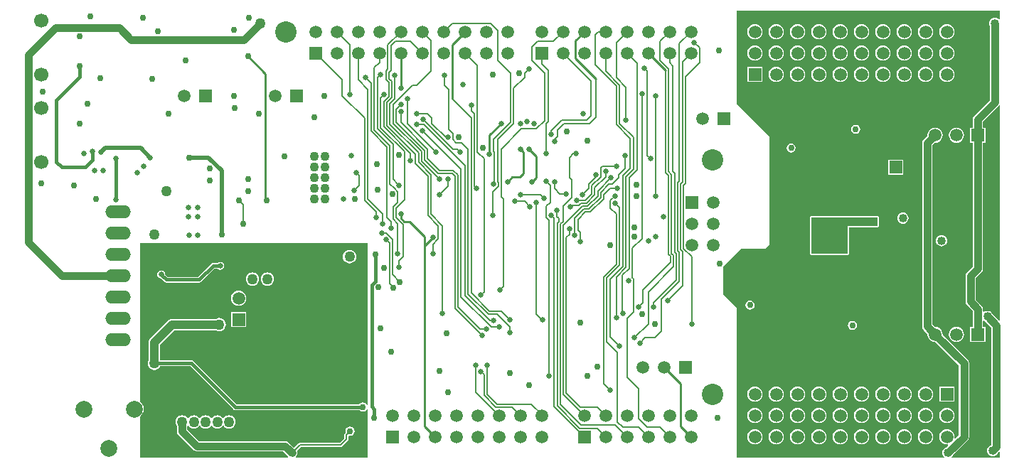
<source format=gbl>
%FSTAX23Y23*%
%MOIN*%
%SFA1B1*%

%IPPOS*%
%ADD53C,0.010000*%
%ADD54C,0.008000*%
%ADD56C,0.020000*%
%ADD57C,0.015000*%
%ADD58C,0.035000*%
%ADD59C,0.040000*%
%ADD64C,0.059060*%
%ADD65R,0.059060X0.059060*%
%ADD66C,0.078740*%
%ADD67C,0.066930*%
%ADD68C,0.043310*%
%ADD69R,0.059060X0.059060*%
%ADD70O,0.120000X0.060000*%
%ADD71C,0.100000*%
%ADD72C,0.025000*%
%ADD73C,0.030000*%
%ADD74C,0.050000*%
%ADD75C,0.040000*%
%LNhammerhead_pcb_r1.0-1*%
%LPD*%
G36*
X04598Y01679D02*
Y00671D01*
X04594Y00669*
X04564Y00699*
X04562Y00703*
X04558Y00708*
X04553Y00712*
X04546Y00715*
X0454Y00716*
X04533Y00715*
X04526Y00712*
X04523Y0071*
X04518Y00712*
Y00725*
X04517Y00734*
X04511Y00741*
X04484Y00768*
Y0087*
X04511Y00897*
X04517Y00904*
X04518Y00914*
Y01504*
X0453*
Y01575*
X04518*
Y01605*
X04591Y01678*
X04594Y01681*
X04598Y01679*
G37*
G36*
X01635Y01D02*
X01635Y00275D01*
X0163Y00274*
X01627Y0028*
X0162Y00284*
X01612Y00286*
X01603Y00284*
X01596Y0028*
X01595Y00277*
X0102*
X00818Y00479*
X00814Y00482*
X00809Y00483*
X00662*
X00662Y00485*
X00661Y00486*
Y00557*
X00728Y00624*
X00922*
X00923Y00623*
X0093Y0062*
X00939Y00619*
X00947Y0062*
X00954Y00623*
X00961Y00628*
X00966Y00635*
X00969Y00642*
X0097Y00651*
X00969Y00659*
X00966Y00666*
X00961Y00673*
X00954Y00678*
X00947Y00681*
X00939Y00682*
X0093Y00681*
X00923Y00678*
X00922Y00677*
X00718*
X00711Y00676*
X00704Y00673*
X00699Y00669*
X00616Y00586*
X00612Y00581*
X00609Y00574*
X00608Y00568*
Y00486*
X00607Y00485*
X00604Y00478*
X00603Y0047*
X00604Y00461*
X00607Y00454*
X00612Y00447*
X00619Y00442*
X00626Y00439*
X00635Y00438*
X00643Y00439*
X0065Y00442*
X00657Y00447*
X00662Y00454*
X00662Y00456*
X00803*
X01005Y00254*
X01009Y00251*
X01015Y0025*
X01596*
X01596Y00249*
X01603Y00245*
X01612Y00243*
X0162Y00245*
X01627Y00249*
X0163Y00255*
X01635Y00254*
X01636Y00029*
X01632Y00026*
X01299*
X01297Y0003*
X01298Y00031*
X01302Y00036*
X01305Y00043*
X01306Y0005*
X01305Y00056*
X01304Y00059*
X01322Y00077*
X01508*
X01512Y00078*
X01515Y0008*
X01542Y00107*
X01544Y0011*
X01545Y00114*
Y00127*
X01549Y0013*
X01552Y00129*
X0156Y00131*
X01567Y00135*
X01571Y00142*
X01573Y00151*
X01571Y00159*
X01567Y00166*
X0156Y0017*
X01552Y00172*
X01543Y0017*
X01536Y00166*
X01532Y00159*
X0153Y00151*
X01531Y00145*
X01527Y00141*
X01525Y00137*
X01524Y00134*
Y00118*
X01504Y00098*
X01318*
X01314Y00097*
X0131Y00095*
X01289Y00074*
X01265Y00098*
X01257Y00103*
X01248Y00105*
X00843*
X00788Y00159*
Y00175*
X0079Y00176*
X00795*
X00797Y00172*
X00804Y00167*
X00811Y00164*
X0082Y00163*
X00828Y00164*
X00835Y00167*
X00842Y00172*
X00845Y00176*
X0085*
X00852Y00172*
X00859Y00167*
X00866Y00164*
X00875Y00163*
X00883Y00164*
X0089Y00167*
X00897Y00172*
X009Y00176*
X00905*
X00907Y00172*
X00914Y00167*
X00921Y00164*
X0093Y00163*
X00938Y00164*
X00945Y00167*
X00952Y00172*
X00955Y00176*
X0096*
X00962Y00172*
X00969Y00167*
X00976Y00164*
X00985Y00163*
X00993Y00164*
X01Y00167*
X01007Y00172*
X01012Y00179*
X01015Y00186*
X01016Y00195*
X01015Y00203*
X01012Y0021*
X01007Y00217*
X01Y00222*
X00993Y00225*
X00985Y00226*
X00976Y00225*
X00969Y00222*
X00962Y00217*
X0096Y00213*
X00955*
X00952Y00217*
X00945Y00222*
X00938Y00225*
X0093Y00226*
X00921Y00225*
X00914Y00222*
X00907Y00217*
X00905Y00213*
X009*
X00897Y00217*
X0089Y00222*
X00883Y00225*
X00875Y00226*
X00866Y00225*
X00859Y00222*
X00852Y00217*
X0085Y00213*
X00845*
X00842Y00217*
X00835Y00222*
X00828Y00225*
X0082Y00226*
X00811Y00225*
X00804Y00222*
X00797Y00217*
X00795Y00213*
X0079*
X00787Y00217*
X0078Y00222*
X00773Y00225*
X00765Y00226*
X00756Y00225*
X00749Y00222*
X00742Y00217*
X00737Y0021*
X00734Y00203*
X00733Y00195*
X00734Y00186*
X00737Y00179*
X00741Y00175*
Y0015*
X00742Y0014*
X00748Y00133*
X00816Y00064*
X00824Y00059*
X00833Y00057*
X01238*
X01255Y0004*
X01257Y00036*
X01261Y00031*
X01262Y0003*
X0126Y00026*
X00567*
Y00218*
X00572Y00222*
X00579Y00232*
X00584Y00243*
X00585Y00255*
X00584Y00266*
X00579Y00277*
X00572Y00287*
X00567Y00291*
Y01035*
X01635*
Y01*
G37*
G36*
X04598Y02084D02*
X04594Y02082D01*
X04593Y02083*
X04588Y02087*
X04581Y0209*
X04575Y02091*
X04568Y0209*
X04561Y02087*
X04556Y02083*
X04552Y02078*
X04549Y02071*
X04548Y02065*
X04549Y02058*
X04551Y02054*
Y01704*
X04478Y01631*
X04472Y01624*
X04471Y01615*
Y01575*
X04459*
Y01504*
X04471*
Y00923*
X04444Y00896*
X04438Y00889*
X04437Y0088*
Y00759*
X04438Y00749*
X04444Y00742*
X04471Y00715*
Y0064*
X04459*
Y00569*
X0453*
Y0064*
X04518*
Y00667*
X04523Y00669*
X04526Y00667*
X0453Y00665*
X04557Y00638*
Y00086*
X04555Y00084*
X04551Y00082*
X04546Y00078*
X04542Y00073*
X04539Y00066*
X04538Y0006*
X04539Y00053*
X04542Y00046*
X04546Y00041*
X04551Y00037*
X04558Y00034*
X04565Y00033*
X04571Y00034*
X04578Y00037*
X04583Y00041*
X04587Y00046*
X04589Y0005*
X04594Y00055*
X04598Y00053*
Y00026*
X04374*
X04372Y0003*
X04373Y00031*
X04377Y00036*
X04379Y0004*
X04446Y00108*
X0445Y00112*
X04452Y00115*
X04453Y00125*
Y0047*
X04452Y00479*
X0445Y00482*
X04446Y00486*
X0433Y00603*
X0433Y00605*
X04329Y00614*
X04326Y00622*
X0432Y0063*
X04312Y00636*
X04304Y00639*
X04295Y0064*
X04293Y0064*
X04281Y00651*
Y01306*
X04282Y01309*
Y0134*
X04281Y01343*
Y01493*
X04293Y01504*
X04295Y01504*
X04304Y01505*
X04312Y01508*
X0432Y01514*
X04326Y01522*
X04329Y0153*
X0433Y0154*
X04329Y01549*
X04326Y01557*
X0432Y01565*
X04312Y01571*
X04304Y01574*
X04295Y01575*
X04285Y01574*
X04277Y01571*
X04269Y01565*
X04263Y01557*
X0426Y01549*
X04259Y0154*
X04259Y01538*
X04241Y01519*
X04235Y01512*
X04234Y01503*
Y01341*
X04234Y01338*
Y01311*
X04234Y01308*
Y00642*
X04235Y00632*
X04241Y00625*
X04259Y00606*
X04259Y00605*
X0426Y00595*
X04263Y00587*
X04269Y00579*
X04277Y00573*
X04285Y0057*
X04295Y00569*
X04296Y00569*
X04406Y0046*
Y00134*
X04389Y00118*
X04385Y0012*
X04385Y00125*
X04384Y00134*
X04381Y00142*
X04375Y0015*
X04367Y00156*
X04359Y00159*
X0435Y0016*
X0434Y00159*
X04332Y00156*
X04324Y0015*
X04318Y00142*
X04315Y00134*
X04314Y00125*
X04315Y00115*
X04318Y00107*
X04324Y00099*
X04332Y00093*
X0434Y0009*
X0435Y00089*
X04354Y00089*
X04356Y00085*
X04345Y00074*
X04341Y00072*
X04336Y00068*
X04332Y00063*
X04329Y00056*
X04328Y0005*
X04329Y00043*
X04332Y00036*
X04336Y00031*
X04337Y0003*
X04335Y00026*
X03365*
Y0072*
Y0073*
X033Y00795*
Y0083*
Y00922*
X03372Y00994*
X03386Y01008*
X03499*
X035Y01009*
X03519Y01028*
Y01534*
X03366Y01687*
Y02123*
X04598*
Y02084*
G37*
%LNhammerhead_pcb_r1.0-2*%
%LPC*%
G36*
X0405Y0036D02*
X0404Y00359D01*
X04032Y00356*
X04024Y0035*
X04018Y00342*
X04015Y00334*
X04014Y00325*
X04015Y00315*
X04018Y00307*
X04024Y00299*
X04032Y00293*
X0404Y0029*
X0405Y00289*
X04059Y0029*
X04067Y00293*
X04075Y00299*
X04081Y00307*
X04084Y00315*
X04085Y00325*
X04084Y00334*
X04081Y00342*
X04075Y0035*
X04067Y00356*
X04059Y00359*
X0405Y0036*
G37*
G36*
X0415D02*
X0414Y00359D01*
X04132Y00356*
X04124Y0035*
X04118Y00342*
X04115Y00334*
X04114Y00325*
X04115Y00315*
X04118Y00307*
X04124Y00299*
X04132Y00293*
X0414Y0029*
X0415Y00289*
X04159Y0029*
X04167Y00293*
X04175Y00299*
X04181Y00307*
X04184Y00315*
X04185Y00325*
X04184Y00334*
X04181Y00342*
X04175Y0035*
X04167Y00356*
X04159Y00359*
X0415Y0036*
G37*
G36*
X0425D02*
X0424Y00359D01*
X04232Y00356*
X04224Y0035*
X04218Y00342*
X04215Y00334*
X04214Y00325*
X04215Y00315*
X04218Y00307*
X04224Y00299*
X04232Y00293*
X0424Y0029*
X0425Y00289*
X04259Y0029*
X04267Y00293*
X04275Y00299*
X04281Y00307*
X04284Y00315*
X04285Y00325*
X04284Y00334*
X04281Y00342*
X04275Y0035*
X04267Y00356*
X04259Y00359*
X0425Y0036*
G37*
G36*
X0395D02*
X0394Y00359D01*
X03932Y00356*
X03924Y0035*
X03918Y00342*
X03915Y00334*
X03914Y00325*
X03915Y00315*
X03918Y00307*
X03924Y00299*
X03932Y00293*
X0394Y0029*
X0395Y00289*
X03959Y0029*
X03967Y00293*
X03975Y00299*
X03981Y00307*
X03984Y00315*
X03985Y00325*
X03984Y00334*
X03981Y00342*
X03975Y0035*
X03967Y00356*
X03959Y00359*
X0395Y0036*
G37*
G36*
X0365D02*
X0364Y00359D01*
X03632Y00356*
X03624Y0035*
X03618Y00342*
X03615Y00334*
X03614Y00325*
X03615Y00315*
X03618Y00307*
X03624Y00299*
X03632Y00293*
X0364Y0029*
X0365Y00289*
X03659Y0029*
X03667Y00293*
X03675Y00299*
X03681Y00307*
X03684Y00315*
X03685Y00325*
X03684Y00334*
X03681Y00342*
X03675Y0035*
X03667Y00356*
X03659Y00359*
X0365Y0036*
G37*
G36*
X0355D02*
X0354Y00359D01*
X03532Y00356*
X03524Y0035*
X03518Y00342*
X03515Y00334*
X03514Y00325*
X03515Y00315*
X03518Y00307*
X03524Y00299*
X03532Y00293*
X0354Y0029*
X0355Y00289*
X03559Y0029*
X03567Y00293*
X03575Y00299*
X03581Y00307*
X03584Y00315*
X03585Y00325*
X03584Y00334*
X03581Y00342*
X03575Y0035*
X03567Y00356*
X03559Y00359*
X0355Y0036*
G37*
G36*
X0385D02*
X0384Y00359D01*
X03832Y00356*
X03824Y0035*
X03818Y00342*
X03815Y00334*
X03814Y00325*
X03815Y00315*
X03818Y00307*
X03824Y00299*
X03832Y00293*
X0384Y0029*
X0385Y00289*
X03859Y0029*
X03867Y00293*
X03875Y00299*
X03881Y00307*
X03884Y00315*
X03885Y00325*
X03884Y00334*
X03881Y00342*
X03875Y0035*
X03867Y00356*
X03859Y00359*
X0385Y0036*
G37*
G36*
X0375D02*
X0374Y00359D01*
X03732Y00356*
X03724Y0035*
X03718Y00342*
X03715Y00334*
X03714Y00325*
X03715Y00315*
X03718Y00307*
X03724Y00299*
X03732Y00293*
X0374Y0029*
X0375Y00289*
X03759Y0029*
X03767Y00293*
X03775Y00299*
X03781Y00307*
X03784Y00315*
X03785Y00325*
X03784Y00334*
X03781Y00342*
X03775Y0035*
X03767Y00356*
X03759Y00359*
X0375Y0036*
G37*
G36*
X04385Y0036D02*
X04314D01*
Y00289*
X04385*
Y0036*
G37*
G36*
X01095Y00896D02*
X01086Y00895D01*
X01079Y00892*
X01072Y00887*
X01067Y0088*
X01064Y00873*
X01063Y00865*
X01064Y00856*
X01067Y00849*
X01072Y00842*
X01079Y00837*
X01086Y00834*
X01095Y00833*
X01103Y00834*
X0111Y00837*
X01117Y00842*
X01122Y00849*
X01125Y00856*
X01126Y00865*
X01125Y00873*
X01122Y0088*
X01117Y00887*
X0111Y00892*
X01103Y00895*
X01095Y00896*
G37*
G36*
X0103Y0081D02*
X0102Y00809D01*
X01012Y00806*
X01004Y008*
X00998Y00792*
X00995Y00784*
X00994Y00775*
X00995Y00765*
X00998Y00757*
X01004Y00749*
X01012Y00743*
X0102Y0074*
X0103Y00739*
X01039Y0074*
X01047Y00743*
X01055Y00749*
X01061Y00757*
X01064Y00765*
X01065Y00775*
X01064Y00784*
X01061Y00792*
X01055Y008*
X01047Y00806*
X01039Y00809*
X0103Y0081*
G37*
G36*
X0155Y01001D02*
X01541Y01D01*
X01534Y00997*
X01527Y00992*
X01522Y00985*
X01519Y00978*
X01518Y0097*
X01519Y00961*
X01522Y00954*
X01527Y00947*
X01534Y00942*
X01541Y00939*
X0155Y00938*
X01558Y00939*
X01565Y00942*
X01572Y00947*
X01577Y00954*
X0158Y00961*
X01581Y0097*
X0158Y00978*
X01577Y00985*
X01572Y00992*
X01565Y00997*
X01558Y01*
X0155Y01001*
G37*
G36*
X01165Y00896D02*
X01156Y00895D01*
X01149Y00892*
X01142Y00887*
X01137Y0088*
X01134Y00873*
X01133Y00865*
X01134Y00856*
X01137Y00849*
X01142Y00842*
X01149Y00837*
X01156Y00834*
X01165Y00833*
X01173Y00834*
X0118Y00837*
X01187Y00842*
X01192Y00849*
X01195Y00856*
X01196Y00865*
X01195Y00873*
X01192Y0088*
X01187Y00887*
X0118Y00892*
X01173Y00895*
X01165Y00896*
G37*
G36*
X03907Y00668D02*
X03899Y00667D01*
X03892Y00662*
X03887Y00655*
X03886Y00647*
X03887Y00639*
X03892Y00632*
X03899Y00627*
X03907Y00626*
X03915Y00627*
X03922Y00632*
X03927Y00639*
X03928Y00647*
X03927Y00655*
X03922Y00662*
X03915Y00667*
X03907Y00668*
G37*
G36*
X04395Y0064D02*
X04385Y00639D01*
X04377Y00636*
X04369Y0063*
X04363Y00622*
X0436Y00614*
X04359Y00605*
X0436Y00595*
X04363Y00587*
X04369Y00579*
X04377Y00573*
X04385Y0057*
X04395Y00569*
X04404Y0057*
X04412Y00573*
X0442Y00579*
X04426Y00587*
X04429Y00595*
X0443Y00605*
X04429Y00614*
X04426Y00622*
X0442Y0063*
X04412Y00636*
X04404Y00639*
X04395Y0064*
G37*
G36*
X03427Y00763D02*
X03419Y00762D01*
X03412Y00757*
X03407Y0075*
X03406Y00742*
X03407Y00734*
X03412Y00727*
X03419Y00722*
X03427Y00721*
X03435Y00722*
X03442Y00727*
X03447Y00734*
X03448Y00742*
X03447Y0075*
X03442Y00757*
X03435Y00762*
X03427Y00763*
G37*
G36*
X01065Y0071D02*
X00994D01*
Y00639*
X01065*
Y0071*
G37*
G36*
X0345Y0036D02*
X0344Y00359D01*
X03432Y00356*
X03424Y0035*
X03418Y00342*
X03415Y00334*
X03414Y00325*
X03415Y00315*
X03418Y00307*
X03424Y00299*
X03432Y00293*
X0344Y0029*
X0345Y00289*
X03459Y0029*
X03467Y00293*
X03475Y00299*
X03481Y00307*
X03484Y00315*
X03485Y00325*
X03484Y00334*
X03481Y00342*
X03475Y0035*
X03467Y00356*
X03459Y00359*
X0345Y0036*
G37*
G36*
X0405Y0016D02*
X0404Y00159D01*
X04032Y00156*
X04024Y0015*
X04018Y00142*
X04015Y00134*
X04014Y00125*
X04015Y00115*
X04018Y00107*
X04024Y00099*
X04032Y00093*
X0404Y0009*
X0405Y00089*
X04059Y0009*
X04067Y00093*
X04075Y00099*
X04081Y00107*
X04084Y00115*
X04085Y00125*
X04084Y00134*
X04081Y00142*
X04075Y0015*
X04067Y00156*
X04059Y00159*
X0405Y0016*
G37*
G36*
X0395D02*
X0394Y00159D01*
X03932Y00156*
X03924Y0015*
X03918Y00142*
X03915Y00134*
X03914Y00125*
X03915Y00115*
X03918Y00107*
X03924Y00099*
X03932Y00093*
X0394Y0009*
X0395Y00089*
X03959Y0009*
X03967Y00093*
X03975Y00099*
X03981Y00107*
X03984Y00115*
X03985Y00125*
X03984Y00134*
X03981Y00142*
X03975Y0015*
X03967Y00156*
X03959Y00159*
X0395Y0016*
G37*
G36*
X0425D02*
X0424Y00159D01*
X04232Y00156*
X04224Y0015*
X04218Y00142*
X04215Y00134*
X04214Y00125*
X04215Y00115*
X04218Y00107*
X04224Y00099*
X04232Y00093*
X0424Y0009*
X0425Y00089*
X04259Y0009*
X04267Y00093*
X04275Y00099*
X04281Y00107*
X04284Y00115*
X04285Y00125*
X04284Y00134*
X04281Y00142*
X04275Y0015*
X04267Y00156*
X04259Y00159*
X0425Y0016*
G37*
G36*
X0415D02*
X0414Y00159D01*
X04132Y00156*
X04124Y0015*
X04118Y00142*
X04115Y00134*
X04114Y00125*
X04115Y00115*
X04118Y00107*
X04124Y00099*
X04132Y00093*
X0414Y0009*
X0415Y00089*
X04159Y0009*
X04167Y00093*
X04175Y00099*
X04181Y00107*
X04184Y00115*
X04185Y00125*
X04184Y00134*
X04181Y00142*
X04175Y0015*
X04167Y00156*
X04159Y00159*
X0415Y0016*
G37*
G36*
X0385D02*
X0384Y00159D01*
X03832Y00156*
X03824Y0015*
X03818Y00142*
X03815Y00134*
X03814Y00125*
X03815Y00115*
X03818Y00107*
X03824Y00099*
X03832Y00093*
X0384Y0009*
X0385Y00089*
X03859Y0009*
X03867Y00093*
X03875Y00099*
X03881Y00107*
X03884Y00115*
X03885Y00125*
X03884Y00134*
X03881Y00142*
X03875Y0015*
X03867Y00156*
X03859Y00159*
X0385Y0016*
G37*
G36*
X0355D02*
X0354Y00159D01*
X03532Y00156*
X03524Y0015*
X03518Y00142*
X03515Y00134*
X03514Y00125*
X03515Y00115*
X03518Y00107*
X03524Y00099*
X03532Y00093*
X0354Y0009*
X0355Y00089*
X03559Y0009*
X03567Y00093*
X03575Y00099*
X03581Y00107*
X03584Y00115*
X03585Y00125*
X03584Y00134*
X03581Y00142*
X03575Y0015*
X03567Y00156*
X03559Y00159*
X0355Y0016*
G37*
G36*
X0345D02*
X0344Y00159D01*
X03432Y00156*
X03424Y0015*
X03418Y00142*
X03415Y00134*
X03414Y00125*
X03415Y00115*
X03418Y00107*
X03424Y00099*
X03432Y00093*
X0344Y0009*
X0345Y00089*
X03459Y0009*
X03467Y00093*
X03475Y00099*
X03481Y00107*
X03484Y00115*
X03485Y00125*
X03484Y00134*
X03481Y00142*
X03475Y0015*
X03467Y00156*
X03459Y00159*
X0345Y0016*
G37*
G36*
X0375D02*
X0374Y00159D01*
X03732Y00156*
X03724Y0015*
X03718Y00142*
X03715Y00134*
X03714Y00125*
X03715Y00115*
X03718Y00107*
X03724Y00099*
X03732Y00093*
X0374Y0009*
X0375Y00089*
X03759Y0009*
X03767Y00093*
X03775Y00099*
X03781Y00107*
X03784Y00115*
X03785Y00125*
X03784Y00134*
X03781Y00142*
X03775Y0015*
X03767Y00156*
X03759Y00159*
X0375Y0016*
G37*
G36*
X0365D02*
X0364Y00159D01*
X03632Y00156*
X03624Y0015*
X03618Y00142*
X03615Y00134*
X03614Y00125*
X03615Y00115*
X03618Y00107*
X03624Y00099*
X03632Y00093*
X0364Y0009*
X0365Y00089*
X03659Y0009*
X03667Y00093*
X03675Y00099*
X03681Y00107*
X03684Y00115*
X03685Y00125*
X03684Y00134*
X03681Y00142*
X03675Y0015*
X03667Y00156*
X03659Y00159*
X0365Y0016*
G37*
G36*
X0345Y0026D02*
X0344Y00259D01*
X03432Y00256*
X03424Y0025*
X03418Y00242*
X03415Y00234*
X03414Y00225*
X03415Y00215*
X03418Y00207*
X03424Y00199*
X03432Y00193*
X0344Y0019*
X0345Y00189*
X03459Y0019*
X03467Y00193*
X03475Y00199*
X03481Y00207*
X03484Y00215*
X03485Y00225*
X03484Y00234*
X03481Y00242*
X03475Y0025*
X03467Y00256*
X03459Y00259*
X0345Y0026*
G37*
G36*
X0415D02*
X0414Y00259D01*
X04132Y00256*
X04124Y0025*
X04118Y00242*
X04115Y00234*
X04114Y00225*
X04115Y00215*
X04118Y00207*
X04124Y00199*
X04132Y00193*
X0414Y0019*
X0415Y00189*
X04159Y0019*
X04167Y00193*
X04175Y00199*
X04181Y00207*
X04184Y00215*
X04185Y00225*
X04184Y00234*
X04181Y00242*
X04175Y0025*
X04167Y00256*
X04159Y00259*
X0415Y0026*
G37*
G36*
X0405D02*
X0404Y00259D01*
X04032Y00256*
X04024Y0025*
X04018Y00242*
X04015Y00234*
X04014Y00225*
X04015Y00215*
X04018Y00207*
X04024Y00199*
X04032Y00193*
X0404Y0019*
X0405Y00189*
X04059Y0019*
X04067Y00193*
X04075Y00199*
X04081Y00207*
X04084Y00215*
X04085Y00225*
X04084Y00234*
X04081Y00242*
X04075Y0025*
X04067Y00256*
X04059Y00259*
X0405Y0026*
G37*
G36*
X0435D02*
X0434Y00259D01*
X04332Y00256*
X04324Y0025*
X04318Y00242*
X04315Y00234*
X04314Y00225*
X04315Y00215*
X04318Y00207*
X04324Y00199*
X04332Y00193*
X0434Y0019*
X0435Y00189*
X04359Y0019*
X04367Y00193*
X04375Y00199*
X04381Y00207*
X04384Y00215*
X04385Y00225*
X04384Y00234*
X04381Y00242*
X04375Y0025*
X04367Y00256*
X04359Y00259*
X0435Y0026*
G37*
G36*
X0425D02*
X0424Y00259D01*
X04232Y00256*
X04224Y0025*
X04218Y00242*
X04215Y00234*
X04214Y00225*
X04215Y00215*
X04218Y00207*
X04224Y00199*
X04232Y00193*
X0424Y0019*
X0425Y00189*
X04259Y0019*
X04267Y00193*
X04275Y00199*
X04281Y00207*
X04284Y00215*
X04285Y00225*
X04284Y00234*
X04281Y00242*
X04275Y0025*
X04267Y00256*
X04259Y00259*
X0425Y0026*
G37*
G36*
X0395D02*
X0394Y00259D01*
X03932Y00256*
X03924Y0025*
X03918Y00242*
X03915Y00234*
X03914Y00225*
X03915Y00215*
X03918Y00207*
X03924Y00199*
X03932Y00193*
X0394Y0019*
X0395Y00189*
X03959Y0019*
X03967Y00193*
X03975Y00199*
X03981Y00207*
X03984Y00215*
X03985Y00225*
X03984Y00234*
X03981Y00242*
X03975Y0025*
X03967Y00256*
X03959Y00259*
X0395Y0026*
G37*
G36*
X0365D02*
X0364Y00259D01*
X03632Y00256*
X03624Y0025*
X03618Y00242*
X03615Y00234*
X03614Y00225*
X03615Y00215*
X03618Y00207*
X03624Y00199*
X03632Y00193*
X0364Y0019*
X0365Y00189*
X03659Y0019*
X03667Y00193*
X03675Y00199*
X03681Y00207*
X03684Y00215*
X03685Y00225*
X03684Y00234*
X03681Y00242*
X03675Y0025*
X03667Y00256*
X03659Y00259*
X0365Y0026*
G37*
G36*
X0355D02*
X0354Y00259D01*
X03532Y00256*
X03524Y0025*
X03518Y00242*
X03515Y00234*
X03514Y00225*
X03515Y00215*
X03518Y00207*
X03524Y00199*
X03532Y00193*
X0354Y0019*
X0355Y00189*
X03559Y0019*
X03567Y00193*
X03575Y00199*
X03581Y00207*
X03584Y00215*
X03585Y00225*
X03584Y00234*
X03581Y00242*
X03575Y0025*
X03567Y00256*
X03559Y00259*
X0355Y0026*
G37*
G36*
X0385D02*
X0384Y00259D01*
X03832Y00256*
X03824Y0025*
X03818Y00242*
X03815Y00234*
X03814Y00225*
X03815Y00215*
X03818Y00207*
X03824Y00199*
X03832Y00193*
X0384Y0019*
X0385Y00189*
X03859Y0019*
X03867Y00193*
X03875Y00199*
X03881Y00207*
X03884Y00215*
X03885Y00225*
X03884Y00234*
X03881Y00242*
X03875Y0025*
X03867Y00256*
X03859Y00259*
X0385Y0026*
G37*
G36*
X0375D02*
X0374Y00259D01*
X03732Y00256*
X03724Y0025*
X03718Y00242*
X03715Y00234*
X03714Y00225*
X03715Y00215*
X03718Y00207*
X03724Y00199*
X03732Y00193*
X0374Y0019*
X0375Y00189*
X03759Y0019*
X03767Y00193*
X03775Y00199*
X03781Y00207*
X03784Y00215*
X03785Y00225*
X03784Y00234*
X03781Y00242*
X03775Y0025*
X03767Y00256*
X03759Y00259*
X0375Y0026*
G37*
G36*
X0415Y0196D02*
X0414Y01959D01*
X04132Y01956*
X04124Y0195*
X04118Y01942*
X04115Y01934*
X04114Y01925*
X04115Y01915*
X04118Y01907*
X04124Y01899*
X04132Y01893*
X0414Y0189*
X0415Y01889*
X04159Y0189*
X04167Y01893*
X04175Y01899*
X04181Y01907*
X04184Y01915*
X04185Y01925*
X04184Y01934*
X04181Y01942*
X04175Y0195*
X04167Y01956*
X04159Y01959*
X0415Y0196*
G37*
G36*
X0405D02*
X0404Y01959D01*
X04032Y01956*
X04024Y0195*
X04018Y01942*
X04015Y01934*
X04014Y01925*
X04015Y01915*
X04018Y01907*
X04024Y01899*
X04032Y01893*
X0404Y0189*
X0405Y01889*
X04059Y0189*
X04067Y01893*
X04075Y01899*
X04081Y01907*
X04084Y01915*
X04085Y01925*
X04084Y01934*
X04081Y01942*
X04075Y0195*
X04067Y01956*
X04059Y01959*
X0405Y0196*
G37*
G36*
X0435D02*
X0434Y01959D01*
X04332Y01956*
X04324Y0195*
X04318Y01942*
X04315Y01934*
X04314Y01925*
X04315Y01915*
X04318Y01907*
X04324Y01899*
X04332Y01893*
X0434Y0189*
X0435Y01889*
X04359Y0189*
X04367Y01893*
X04375Y01899*
X04381Y01907*
X04384Y01915*
X04385Y01925*
X04384Y01934*
X04381Y01942*
X04375Y0195*
X04367Y01956*
X04359Y01959*
X0435Y0196*
G37*
G36*
X0425D02*
X0424Y01959D01*
X04232Y01956*
X04224Y0195*
X04218Y01942*
X04215Y01934*
X04214Y01925*
X04215Y01915*
X04218Y01907*
X04224Y01899*
X04232Y01893*
X0424Y0189*
X0425Y01889*
X04259Y0189*
X04267Y01893*
X04275Y01899*
X04281Y01907*
X04284Y01915*
X04285Y01925*
X04284Y01934*
X04281Y01942*
X04275Y0195*
X04267Y01956*
X04259Y01959*
X0425Y0196*
G37*
G36*
X0395D02*
X0394Y01959D01*
X03932Y01956*
X03924Y0195*
X03918Y01942*
X03915Y01934*
X03914Y01925*
X03915Y01915*
X03918Y01907*
X03924Y01899*
X03932Y01893*
X0394Y0189*
X0395Y01889*
X03959Y0189*
X03967Y01893*
X03975Y01899*
X03981Y01907*
X03984Y01915*
X03985Y01925*
X03984Y01934*
X03981Y01942*
X03975Y0195*
X03967Y01956*
X03959Y01959*
X0395Y0196*
G37*
G36*
X0365D02*
X0364Y01959D01*
X03632Y01956*
X03624Y0195*
X03618Y01942*
X03615Y01934*
X03614Y01925*
X03615Y01915*
X03618Y01907*
X03624Y01899*
X03632Y01893*
X0364Y0189*
X0365Y01889*
X03659Y0189*
X03667Y01893*
X03675Y01899*
X03681Y01907*
X03684Y01915*
X03685Y01925*
X03684Y01934*
X03681Y01942*
X03675Y0195*
X03667Y01956*
X03659Y01959*
X0365Y0196*
G37*
G36*
X0355D02*
X0354Y01959D01*
X03532Y01956*
X03524Y0195*
X03518Y01942*
X03515Y01934*
X03514Y01925*
X03515Y01915*
X03518Y01907*
X03524Y01899*
X03532Y01893*
X0354Y0189*
X0355Y01889*
X03559Y0189*
X03567Y01893*
X03575Y01899*
X03581Y01907*
X03584Y01915*
X03585Y01925*
X03584Y01934*
X03581Y01942*
X03575Y0195*
X03567Y01956*
X03559Y01959*
X0355Y0196*
G37*
G36*
X0385D02*
X0384Y01959D01*
X03832Y01956*
X03824Y0195*
X03818Y01942*
X03815Y01934*
X03814Y01925*
X03815Y01915*
X03818Y01907*
X03824Y01899*
X03832Y01893*
X0384Y0189*
X0385Y01889*
X03859Y0189*
X03867Y01893*
X03875Y01899*
X03881Y01907*
X03884Y01915*
X03885Y01925*
X03884Y01934*
X03881Y01942*
X03875Y0195*
X03867Y01956*
X03859Y01959*
X0385Y0196*
G37*
G36*
X0375D02*
X0374Y01959D01*
X03732Y01956*
X03724Y0195*
X03718Y01942*
X03715Y01934*
X03714Y01925*
X03715Y01915*
X03718Y01907*
X03724Y01899*
X03732Y01893*
X0374Y0189*
X0375Y01889*
X03759Y0189*
X03767Y01893*
X03775Y01899*
X03781Y01907*
X03784Y01915*
X03785Y01925*
X03784Y01934*
X03781Y01942*
X03775Y0195*
X03767Y01956*
X03759Y01959*
X0375Y0196*
G37*
G36*
X0345Y0206D02*
X0344Y02059D01*
X03432Y02056*
X03424Y0205*
X03418Y02042*
X03415Y02034*
X03414Y02025*
X03415Y02015*
X03418Y02007*
X03424Y01999*
X03432Y01993*
X0344Y0199*
X0345Y01989*
X03459Y0199*
X03467Y01993*
X03475Y01999*
X03481Y02007*
X03484Y02015*
X03485Y02025*
X03484Y02034*
X03481Y02042*
X03475Y0205*
X03467Y02056*
X03459Y02059*
X0345Y0206*
G37*
G36*
X0415D02*
X0414Y02059D01*
X04132Y02056*
X04124Y0205*
X04118Y02042*
X04115Y02034*
X04114Y02025*
X04115Y02015*
X04118Y02007*
X04124Y01999*
X04132Y01993*
X0414Y0199*
X0415Y01989*
X04159Y0199*
X04167Y01993*
X04175Y01999*
X04181Y02007*
X04184Y02015*
X04185Y02025*
X04184Y02034*
X04181Y02042*
X04175Y0205*
X04167Y02056*
X04159Y02059*
X0415Y0206*
G37*
G36*
X0405D02*
X0404Y02059D01*
X04032Y02056*
X04024Y0205*
X04018Y02042*
X04015Y02034*
X04014Y02025*
X04015Y02015*
X04018Y02007*
X04024Y01999*
X04032Y01993*
X0404Y0199*
X0405Y01989*
X04059Y0199*
X04067Y01993*
X04075Y01999*
X04081Y02007*
X04084Y02015*
X04085Y02025*
X04084Y02034*
X04081Y02042*
X04075Y0205*
X04067Y02056*
X04059Y02059*
X0405Y0206*
G37*
G36*
X0435D02*
X0434Y02059D01*
X04332Y02056*
X04324Y0205*
X04318Y02042*
X04315Y02034*
X04314Y02025*
X04315Y02015*
X04318Y02007*
X04324Y01999*
X04332Y01993*
X0434Y0199*
X0435Y01989*
X04359Y0199*
X04367Y01993*
X04375Y01999*
X04381Y02007*
X04384Y02015*
X04385Y02025*
X04384Y02034*
X04381Y02042*
X04375Y0205*
X04367Y02056*
X04359Y02059*
X0435Y0206*
G37*
G36*
X0425D02*
X0424Y02059D01*
X04232Y02056*
X04224Y0205*
X04218Y02042*
X04215Y02034*
X04214Y02025*
X04215Y02015*
X04218Y02007*
X04224Y01999*
X04232Y01993*
X0424Y0199*
X0425Y01989*
X04259Y0199*
X04267Y01993*
X04275Y01999*
X04281Y02007*
X04284Y02015*
X04285Y02025*
X04284Y02034*
X04281Y02042*
X04275Y0205*
X04267Y02056*
X04259Y02059*
X0425Y0206*
G37*
G36*
X0395D02*
X0394Y02059D01*
X03932Y02056*
X03924Y0205*
X03918Y02042*
X03915Y02034*
X03914Y02025*
X03915Y02015*
X03918Y02007*
X03924Y01999*
X03932Y01993*
X0394Y0199*
X0395Y01989*
X03959Y0199*
X03967Y01993*
X03975Y01999*
X03981Y02007*
X03984Y02015*
X03985Y02025*
X03984Y02034*
X03981Y02042*
X03975Y0205*
X03967Y02056*
X03959Y02059*
X0395Y0206*
G37*
G36*
X0365D02*
X0364Y02059D01*
X03632Y02056*
X03624Y0205*
X03618Y02042*
X03615Y02034*
X03614Y02025*
X03615Y02015*
X03618Y02007*
X03624Y01999*
X03632Y01993*
X0364Y0199*
X0365Y01989*
X03659Y0199*
X03667Y01993*
X03675Y01999*
X03681Y02007*
X03684Y02015*
X03685Y02025*
X03684Y02034*
X03681Y02042*
X03675Y0205*
X03667Y02056*
X03659Y02059*
X0365Y0206*
G37*
G36*
X0355D02*
X0354Y02059D01*
X03532Y02056*
X03524Y0205*
X03518Y02042*
X03515Y02034*
X03514Y02025*
X03515Y02015*
X03518Y02007*
X03524Y01999*
X03532Y01993*
X0354Y0199*
X0355Y01989*
X03559Y0199*
X03567Y01993*
X03575Y01999*
X03581Y02007*
X03584Y02015*
X03585Y02025*
X03584Y02034*
X03581Y02042*
X03575Y0205*
X03567Y02056*
X03559Y02059*
X0355Y0206*
G37*
G36*
X0385D02*
X0384Y02059D01*
X03832Y02056*
X03824Y0205*
X03818Y02042*
X03815Y02034*
X03814Y02025*
X03815Y02015*
X03818Y02007*
X03824Y01999*
X03832Y01993*
X0384Y0199*
X0385Y01989*
X03859Y0199*
X03867Y01993*
X03875Y01999*
X03881Y02007*
X03884Y02015*
X03885Y02025*
X03884Y02034*
X03881Y02042*
X03875Y0205*
X03867Y02056*
X03859Y02059*
X0385Y0206*
G37*
G36*
X0375D02*
X0374Y02059D01*
X03732Y02056*
X03724Y0205*
X03718Y02042*
X03715Y02034*
X03714Y02025*
X03715Y02015*
X03718Y02007*
X03724Y01999*
X03732Y01993*
X0374Y0199*
X0375Y01989*
X03759Y0199*
X03767Y01993*
X03775Y01999*
X03781Y02007*
X03784Y02015*
X03785Y02025*
X03784Y02034*
X03781Y02042*
X03775Y0205*
X03767Y02056*
X03759Y02059*
X0375Y0206*
G37*
G36*
X0345Y0196D02*
X0344Y01959D01*
X03432Y01956*
X03424Y0195*
X03418Y01942*
X03415Y01934*
X03414Y01925*
X03415Y01915*
X03418Y01907*
X03424Y01899*
X03432Y01893*
X0344Y0189*
X0345Y01889*
X03459Y0189*
X03467Y01893*
X03475Y01899*
X03481Y01907*
X03484Y01915*
X03485Y01925*
X03484Y01934*
X03481Y01942*
X03475Y0195*
X03467Y01956*
X03459Y01959*
X0345Y0196*
G37*
G36*
X04395Y01575D02*
X04385Y01574D01*
X04377Y01571*
X04369Y01565*
X04363Y01557*
X0436Y01549*
X04359Y0154*
X0436Y0153*
X04363Y01522*
X04369Y01514*
X04377Y01508*
X04385Y01505*
X04395Y01504*
X04404Y01505*
X04412Y01508*
X0442Y01514*
X04426Y01522*
X04429Y0153*
X0443Y0154*
X04429Y01549*
X04426Y01557*
X0442Y01565*
X04412Y01571*
X04404Y01574*
X04395Y01575*
G37*
G36*
X0362Y01501D02*
X03611Y01499D01*
X03604Y01495*
X036Y01488*
X03598Y0148*
X036Y01471*
X03604Y01464*
X03611Y0146*
X0362Y01458*
X03628Y0146*
X03635Y01464*
X03639Y01471*
X03641Y0148*
X03639Y01488*
X03635Y01495*
X03628Y01499*
X0362Y01501*
G37*
G36*
X0355Y0186D02*
X0354Y01859D01*
X03532Y01856*
X03524Y0185*
X03518Y01842*
X03515Y01834*
X03514Y01825*
X03515Y01815*
X03518Y01807*
X03524Y01799*
X03532Y01793*
X0354Y0179*
X0355Y01789*
X03559Y0179*
X03567Y01793*
X03575Y01799*
X03581Y01807*
X03584Y01815*
X03585Y01825*
X03584Y01834*
X03581Y01842*
X03575Y0185*
X03567Y01856*
X03559Y01859*
X0355Y0186*
G37*
G36*
X03922Y01588D02*
X03914Y01587D01*
X03907Y01582*
X03902Y01575*
X03901Y01567*
X03902Y01559*
X03907Y01552*
X03914Y01547*
X03922Y01546*
X0393Y01547*
X03937Y01552*
X03942Y01559*
X03943Y01567*
X03942Y01575*
X03937Y01582*
X0393Y01587*
X03922Y01588*
G37*
G36*
X04145Y01425D02*
X04074D01*
Y01354*
X04145*
Y01425*
G37*
G36*
X04025Y01161D02*
X03715D01*
X0371Y01159*
X03708Y01155*
Y00985*
X0371Y0098*
X03715Y00978*
X03885*
X03889Y0098*
X03891Y00985*
Y01108*
X04025*
X04029Y0111*
X04031Y01115*
Y01155*
X04029Y01159*
X04025Y01161*
G37*
G36*
X00944Y00945D02*
X00936Y00944D01*
X00931Y0094*
X0091*
Y0094*
X00904Y00939*
X009Y00936*
X00839Y00875*
X00697*
X00685Y00887*
X00684Y00894*
X0068Y009*
X00674Y00904*
X00667Y00905*
X00659Y00904*
X00653Y009*
X00649Y00894*
X00648Y00887*
X00649Y00879*
X00653Y00873*
X00659Y00869*
X00666Y00868*
X00682Y00852*
X00686Y00849*
X00692Y00848*
X00845*
X0085Y00849*
X00854Y00852*
X00915Y00913*
X00931*
X00936Y00909*
X00944Y00908*
X00951Y00909*
X00957Y00913*
X00961Y00919*
X00962Y00927*
X00961Y00934*
X00957Y0094*
X00951Y00944*
X00944Y00945*
G37*
G36*
X04144Y01177D02*
X04137Y01176D01*
X0413Y01173*
X04125Y01169*
X04121Y01163*
X04118Y01157*
X04117Y0115*
X04118Y01144*
X04121Y01137*
X04125Y01132*
X0413Y01128*
X04137Y01125*
X04144Y01124*
X0415Y01125*
X04157Y01128*
X04162Y01132*
X04166Y01137*
X04169Y01144*
X0417Y0115*
X04169Y01157*
X04166Y01163*
X04162Y01169*
X04157Y01173*
X0415Y01176*
X04144Y01177*
G37*
G36*
X04325Y01071D02*
X04318Y0107D01*
X04311Y01067*
X04306Y01063*
X04302Y01058*
X04299Y01051*
X04298Y01045*
X04299Y01038*
X04302Y01031*
X04306Y01026*
X04311Y01022*
X04318Y01019*
X04325Y01018*
X04331Y01019*
X04338Y01022*
X04343Y01026*
X04347Y01031*
X0435Y01038*
X04351Y01045*
X0435Y01051*
X04347Y01058*
X04343Y01063*
X04338Y01067*
X04331Y0107*
X04325Y01071*
G37*
G36*
X0425Y0186D02*
X0424Y01859D01*
X04232Y01856*
X04224Y0185*
X04218Y01842*
X04215Y01834*
X04214Y01825*
X04215Y01815*
X04218Y01807*
X04224Y01799*
X04232Y01793*
X0424Y0179*
X0425Y01789*
X04259Y0179*
X04267Y01793*
X04275Y01799*
X04281Y01807*
X04284Y01815*
X04285Y01825*
X04284Y01834*
X04281Y01842*
X04275Y0185*
X04267Y01856*
X04259Y01859*
X0425Y0186*
G37*
G36*
X0415D02*
X0414Y01859D01*
X04132Y01856*
X04124Y0185*
X04118Y01842*
X04115Y01834*
X04114Y01825*
X04115Y01815*
X04118Y01807*
X04124Y01799*
X04132Y01793*
X0414Y0179*
X0415Y01789*
X04159Y0179*
X04167Y01793*
X04175Y01799*
X04181Y01807*
X04184Y01815*
X04185Y01825*
X04184Y01834*
X04181Y01842*
X04175Y0185*
X04167Y01856*
X04159Y01859*
X0415Y0186*
G37*
G36*
X03485Y0186D02*
X03414D01*
Y01789*
X03485*
Y0186*
G37*
G36*
X0435Y0186D02*
X0434Y01859D01*
X04332Y01856*
X04324Y0185*
X04318Y01842*
X04315Y01834*
X04314Y01825*
X04315Y01815*
X04318Y01807*
X04324Y01799*
X04332Y01793*
X0434Y0179*
X0435Y01789*
X04359Y0179*
X04367Y01793*
X04375Y01799*
X04381Y01807*
X04384Y01815*
X04385Y01825*
X04384Y01834*
X04381Y01842*
X04375Y0185*
X04367Y01856*
X04359Y01859*
X0435Y0186*
G37*
G36*
X0405D02*
X0404Y01859D01*
X04032Y01856*
X04024Y0185*
X04018Y01842*
X04015Y01834*
X04014Y01825*
X04015Y01815*
X04018Y01807*
X04024Y01799*
X04032Y01793*
X0404Y0179*
X0405Y01789*
X04059Y0179*
X04067Y01793*
X04075Y01799*
X04081Y01807*
X04084Y01815*
X04085Y01825*
X04084Y01834*
X04081Y01842*
X04075Y0185*
X04067Y01856*
X04059Y01859*
X0405Y0186*
G37*
G36*
X0365D02*
X0364Y01859D01*
X03632Y01856*
X03624Y0185*
X03618Y01842*
X03615Y01834*
X03614Y01825*
X03615Y01815*
X03618Y01807*
X03624Y01799*
X03632Y01793*
X0364Y0179*
X0365Y01789*
X03659Y0179*
X03667Y01793*
X03675Y01799*
X03681Y01807*
X03684Y01815*
X03685Y01825*
X03684Y01834*
X03681Y01842*
X03675Y0185*
X03667Y01856*
X03659Y01859*
X0365Y0186*
G37*
G36*
X0375D02*
X0374Y01859D01*
X03732Y01856*
X03724Y0185*
X03718Y01842*
X03715Y01834*
X03714Y01825*
X03715Y01815*
X03718Y01807*
X03724Y01799*
X03732Y01793*
X0374Y0179*
X0375Y01789*
X03759Y0179*
X03767Y01793*
X03775Y01799*
X03781Y01807*
X03784Y01815*
X03785Y01825*
X03784Y01834*
X03781Y01842*
X03775Y0185*
X03767Y01856*
X03759Y01859*
X0375Y0186*
G37*
G36*
X0395D02*
X0394Y01859D01*
X03932Y01856*
X03924Y0185*
X03918Y01842*
X03915Y01834*
X03914Y01825*
X03915Y01815*
X03918Y01807*
X03924Y01799*
X03932Y01793*
X0394Y0179*
X0395Y01789*
X03959Y0179*
X03967Y01793*
X03975Y01799*
X03981Y01807*
X03984Y01815*
X03985Y01825*
X03984Y01834*
X03981Y01842*
X03975Y0185*
X03967Y01856*
X03959Y01859*
X0395Y0186*
G37*
G36*
X0385D02*
X0384Y01859D01*
X03832Y01856*
X03824Y0185*
X03818Y01842*
X03815Y01834*
X03814Y01825*
X03815Y01815*
X03818Y01807*
X03824Y01799*
X03832Y01793*
X0384Y0179*
X0385Y01789*
X03859Y0179*
X03867Y01793*
X03875Y01799*
X03881Y01807*
X03884Y01815*
X03885Y01825*
X03884Y01834*
X03881Y01842*
X03875Y0185*
X03867Y01856*
X03859Y01859*
X0385Y0186*
G37*
%LNhammerhead_pcb_r1.0-3*%
%LPD*%
G36*
X04025Y01115D02*
X03885D01*
Y00985*
X03715*
Y01155*
X04025*
Y01115*
G37*
G54D53*
X0183Y01135D02*
X019Y01065D01*
Y0102D02*
Y01065D01*
Y0102D02*
X0194Y0106D01*
X019Y00175D02*
Y0102D01*
X02206Y0145D02*
Y01541D01*
X02425Y0134D02*
Y0144D01*
X02405Y0132D02*
X02425Y0134D01*
X02206Y01541D02*
X0226Y01595D01*
X019Y00175D02*
X0195Y00125D01*
X031Y00175D02*
X0315Y00125D01*
X031Y00175D02*
Y00375D01*
X03025Y0045D02*
X031Y00375D01*
X0295Y01925D02*
X0303Y01845D01*
X0179Y0176D02*
Y01925D01*
X02609Y019D02*
Y01984D01*
X0265Y02025*
X02312Y01342D02*
X02347D01*
X02365Y0136*
X0229Y0132D02*
X02312Y01342D01*
X01156Y01238D02*
Y01828D01*
X01075Y01909D02*
X01156Y01828D01*
X0239Y01475D02*
X02425Y0144D01*
X02365Y0136D02*
Y0146D01*
X0235Y01475D02*
X02365Y0146D01*
X0179Y0115D02*
Y0117D01*
Y0115D02*
X01805Y01135D01*
X0183*
X02609Y019D02*
X02705Y01805D01*
X0203Y01965D02*
X0209Y02025D01*
X0203Y01709D02*
Y01965D01*
G54D54*
X028Y00685D02*
Y00874D01*
X0288Y0071D02*
Y00866D01*
X02875Y00871D02*
X0288Y00866D01*
X0285Y0068D02*
X0288Y0071D01*
X02165Y0079D02*
X0218Y00805D01*
X0189Y02025D02*
X0193Y01985D01*
X01767Y01659D02*
X0179Y01682D01*
Y01684*
X01865Y0164D02*
X01915D01*
X0176Y0182D02*
X01762Y01817D01*
X0169Y0188D02*
Y01925D01*
X018Y0097D02*
Y01119D01*
X01962Y01052D02*
X01965Y01055D01*
X01962Y0105D02*
Y01052D01*
X0194Y01028D02*
X01962Y0105D01*
X01965Y01055D02*
Y01115D01*
X0194Y00985D02*
Y01028D01*
X01721Y0108D02*
X01751Y0105D01*
Y00886D02*
Y0105D01*
X017Y0108D02*
X01721D01*
X0178Y0092D02*
Y0095D01*
X018Y0097*
X01737Y00842D02*
Y01032D01*
X0172Y0105D02*
X01737Y01032D01*
X02585Y01205D02*
Y0121D01*
X01985Y00705D02*
Y01115D01*
X01751Y00886D02*
X01786Y00851D01*
X01737Y00842D02*
X01755Y00825D01*
X0212Y01655D02*
Y0168D01*
X02055Y01475D02*
X02068Y01461D01*
X02425Y007D02*
Y01225D01*
X02485Y0041D02*
Y0114D01*
X02472Y01152D02*
X02485Y0114D01*
X0268Y0163D02*
Y01795D01*
X02425Y007D02*
X02455Y0067D01*
X0285Y01925D02*
X02897Y01877D01*
X0285Y00405D02*
Y0068D01*
X0258Y01075D02*
Y011D01*
Y0134D02*
X0259Y0133D01*
X03005Y0017D02*
X0305Y00125D01*
Y0188D02*
X03065Y01865D01*
X0305Y0188D02*
Y01925D01*
X0295Y00805D02*
X03067Y00922D01*
X03005Y01891D02*
X03045Y01851D01*
X02945Y0017D02*
X03005D01*
X02905Y0021D02*
X02945Y0017D01*
X02905Y0021D02*
Y0035D01*
X0283Y0017D02*
X02905D01*
X0295Y00125*
X0285Y00405D02*
X02905Y0035D01*
X02805Y00195D02*
X0283Y0017D01*
X02795Y0018D02*
X0285Y00125D01*
X02597Y01452D02*
X02612D01*
X0258Y01435D02*
X02597Y01452D01*
X0258Y0134D02*
Y01435D01*
X0271Y00165D02*
X0275Y00125D01*
X02829Y00706D02*
X0283Y00705D01*
X0255Y01925D02*
X0268Y01795D01*
X028Y01975D02*
X0285Y02025D01*
X03005Y01891D02*
Y0198D01*
X0197Y0126D02*
X0201Y013D01*
Y01335*
X03005Y0198D02*
X0305Y02025D01*
X01535Y00114D02*
Y00134D01*
X01508Y00088D02*
X01535Y00114D01*
Y00134D02*
X01552Y00151D01*
X01318Y00088D02*
X01508D01*
X0105Y01125D02*
Y01215D01*
X0103Y01235D02*
X0105Y01215D01*
X0128Y0005D02*
X01318Y00088D01*
X01745Y01105D02*
Y01135D01*
X01775Y00985D02*
Y01124D01*
X02325Y0123D02*
X0237D01*
X02395Y01205*
X0235Y0126D02*
X02445D01*
X0246Y01245*
X02225Y01462D02*
X02228Y01459D01*
X02225Y0131D02*
X02228Y01313D01*
X02245Y0189D02*
X02305Y0183D01*
X02245Y0189D02*
Y0203D01*
X0221Y02065D02*
X02245Y0203D01*
X0203Y02065D02*
X0221D01*
X0199Y02025D02*
X0203Y02065D01*
X02255Y00815D02*
X0227Y0083D01*
X02228Y01313D02*
Y01459D01*
X0227Y0083D02*
Y0124D01*
X0226Y0125D02*
X0227Y0124D01*
X02225Y01462D02*
Y0152D01*
X02305Y016*
Y0183*
X02505Y0198D02*
X0255Y02025D01*
X02355Y0157D02*
X02425D01*
X0266Y0161D02*
X0268Y0163D01*
X0247Y01325D02*
X0249Y01305D01*
X02472Y01152D02*
Y01207D01*
X0249Y01225*
Y01305*
X0245Y00225D02*
Y0023D01*
X02166Y00431D02*
X02181Y00417D01*
X0214Y00335D02*
Y0046D01*
Y00335D02*
X0225Y00225D01*
X02181Y00319D02*
Y00417D01*
Y00319D02*
X02235Y00264D01*
X02195Y00325D02*
Y0046D01*
Y00325D02*
X02241Y00278D01*
X02235Y00264D02*
X0231D01*
X0235Y00225*
X02241Y00278D02*
X02401D01*
X0245Y0023*
X02985Y01255D02*
Y01725D01*
X0251Y0129D02*
Y0132D01*
Y0129D02*
X02535Y01265D01*
X02565*
X0259Y01246D02*
Y0133D01*
X0263Y0104D02*
Y01085D01*
X0262Y01095D02*
X0263Y01085D01*
X02585Y0121D02*
X02625D01*
X02615Y01235D02*
X02655D01*
X02625Y0121D02*
X02636Y01221D01*
X0266*
X02655Y01235D02*
X02685Y01265D01*
X0266Y01221D02*
X02699Y01259D01*
X02666Y01207D02*
X02713Y01253D01*
X02672Y01193D02*
X02727Y01247D01*
X02678Y01179D02*
X02741Y01241D01*
X02713Y01253D02*
Y01278D01*
X0264Y0126D02*
X02671Y01291D01*
Y0131*
X02705Y01344D02*
Y01355D01*
X02671Y0131D02*
X02705Y01344D01*
X02713Y01278D02*
X02775Y0134D01*
X02772Y01232D02*
X02795Y01255D01*
X02699Y01294D02*
X0275Y01345D01*
Y0137*
X02795Y0122D02*
X02815Y012D01*
X02772Y01197D02*
Y01232D01*
Y01197D02*
X028Y0117D01*
Y00935D02*
Y0117D01*
X02815Y0093D02*
Y012D01*
X02829Y00706D02*
Y00884D01*
X0286Y00915D02*
Y0134D01*
X02845Y00919D02*
Y01345D01*
X02829Y00884D02*
X0286Y00915D01*
X028Y00874D02*
X02845Y00919D01*
X0283Y00924D02*
Y0135D01*
X02685Y01265D02*
Y01303D01*
X02699Y01259D02*
Y01294D01*
X0281Y0134D02*
Y01355D01*
X0284Y01385*
Y01445*
X02903Y00733D02*
X02925Y00755D01*
X0304Y00765D02*
X0311Y00835D01*
X02975Y00735D02*
Y00755D01*
X03081Y00861*
X0301Y0077D02*
X03095Y00855D01*
X0226Y01475D02*
X02355Y0157D01*
X02247Y013D02*
Y01319D01*
X02319Y01594D02*
Y01759D01*
X0226Y0125D02*
Y01293D01*
X02261Y01294*
Y01325*
X0226Y01326D02*
X02261Y01325D01*
X0226Y01326D02*
Y01475D01*
X0222Y01165D02*
Y01273D01*
X02247Y013*
X02246Y0132D02*
X02247Y01319D01*
X02246Y0132D02*
Y01521D01*
X02319Y01594*
Y01759D02*
X0237Y0181D01*
Y0183*
X0239Y0185*
X0283Y0135D02*
X02865Y01385D01*
X02845Y01345D02*
X0288Y0138D01*
X0286Y0134D02*
X02897Y01377D01*
Y01877*
X02875Y00871D02*
Y0101D01*
X0292Y01055*
Y01735*
X02945Y01445D02*
X0296Y0143D01*
X02741Y01241D02*
Y01261D01*
X0277Y0129*
X02805*
X02727Y01247D02*
Y0127D01*
X02766Y0131*
X0278*
X0281Y0134*
X02685Y01303D02*
X02727Y01345D01*
Y01387*
X02735Y01395*
X028*
X0245Y01875D02*
Y01925D01*
Y01875D02*
X0248Y01845D01*
X02425Y0157D02*
X02463Y01608D01*
Y01831*
X0247Y01455D02*
Y01595D01*
X0248Y01605*
Y01845*
X0251Y0151D02*
Y0152D01*
X02525Y01535*
X02545Y0161D02*
X0266D01*
X02495Y01545D02*
Y0156D01*
X02545Y0161*
X02525Y01535D02*
Y01565D01*
X02555Y01595*
X02675*
X02705Y01625*
Y01805*
X0274Y00875D02*
X028Y00935D01*
X0274Y00375D02*
X0277Y00345D01*
X02755Y0087D02*
X02815Y0093D01*
X0274Y00375D02*
Y00875D01*
X0277Y00595D02*
X02815Y0055D01*
X0277Y00595D02*
Y00864D01*
X0283Y00924*
X02755Y0057D02*
Y0087D01*
Y0057D02*
X02805Y0052D01*
Y00195D02*
Y0052D01*
X0301Y0062D02*
Y0077D01*
X0295Y00655D02*
Y00805D01*
X02925Y00755D02*
Y00815D01*
X03053Y00943*
X03095Y0197D02*
X0315Y02025D01*
X0311Y01885D02*
X0315Y01925D01*
X03155Y00655D02*
Y00969D01*
X03115Y01008D02*
X03155Y00969D01*
X0311Y00835D02*
Y00994D01*
X03101Y01002D02*
X0311Y00994D01*
X03095Y00855D02*
Y00989D01*
X03087Y00997D02*
X03095Y00989D01*
X03081Y00861D02*
Y00983D01*
X03073Y00991D02*
X03081Y00983D01*
X03067Y00922D02*
Y00977D01*
X03059Y00985D02*
X03067Y00977D01*
X03053Y00943D02*
Y00972D01*
X03045Y00979D02*
X03053Y00972D01*
X03125Y01815D02*
X0319Y0188D01*
Y0195*
X03165Y01975D02*
X0319Y0195D01*
X0303Y01365D02*
Y01845D01*
Y01365D02*
X03045Y01349D01*
Y00979D02*
Y01349D01*
X03045Y01369D02*
X03059Y01355D01*
X03045Y01369D02*
Y01851D01*
X03065Y01369D02*
Y01865D01*
Y01369D02*
X03073Y01361D01*
X03059Y00985D02*
Y01355D01*
X03073Y00991D02*
Y01361D01*
X03087Y00997D02*
Y01317D01*
X03095Y01325*
Y0197*
X03101Y01002D02*
Y01311D01*
X03115Y01008D02*
Y01305D01*
X03125Y01315*
X03101Y01311D02*
X0311Y0132D01*
Y01885*
X03125Y01315D02*
Y01815D01*
X02715Y02025D02*
X0275D01*
X027Y0201D02*
X02715Y02025D01*
X0243Y0198D02*
X02505D01*
X02405Y0189D02*
X02463Y01831D01*
X02405Y0189D02*
Y01955D01*
X0243Y0198*
X0149Y02025D02*
X0155Y01965D01*
Y0173D02*
Y01965D01*
X0139Y01925D02*
X01515Y018D01*
X01735Y01835D02*
X01745Y01845D01*
X01735Y01805D02*
Y01835D01*
X0172Y018D02*
X01733Y01786D01*
X01735Y01805D02*
X01738Y01801D01*
X01739*
X01748Y01792*
X0172Y018D02*
Y0184D01*
X01729Y01849*
Y01964*
X0179Y02025*
X01745Y01845D02*
Y0196D01*
X01765Y0198*
X01835*
X0189Y01925*
X01625Y0181D02*
X0165Y01785D01*
X02208Y0067D02*
X02225D01*
X01865Y0159D02*
X01897D01*
X0189Y0156D02*
X01892D01*
X02035Y01519D02*
X02049Y01505D01*
X02035Y01519D02*
Y01546D01*
X01895Y01613D02*
Y01615D01*
X02Y0153D02*
X0201D01*
X02033Y01475D02*
X02055D01*
X02135Y013D02*
X02145Y0129D01*
X02149Y01461D02*
X0218Y0143D01*
X02149Y01461D02*
Y01866D01*
X0212Y01655D02*
X02135Y0164D01*
X0209Y01925D02*
X02149Y01866D01*
X02044Y00726D02*
Y01346D01*
Y00726D02*
X0217Y006D01*
X0216Y0063D02*
X0219D01*
X02058Y00732D02*
Y01352D01*
Y00732D02*
X0216Y0063D01*
X0209Y00788D02*
X02208Y0067D01*
X02072Y00781D02*
X02213Y0064D01*
X0225*
X0224Y007D02*
X023Y0064D01*
Y00615D02*
Y0064D01*
X02105Y00795D02*
X022Y007D01*
X0224*
X0212Y00801D02*
X02206Y00715D01*
X0226*
X023Y00675*
X02049Y01505D02*
X02075D01*
X02105Y01475*
X01995Y01775D02*
Y0182D01*
X0203Y01709D02*
X0212Y0162D01*
X02015Y01566D02*
X02035Y01546D01*
X01915Y0164D02*
X01935Y0162D01*
Y01595D02*
Y0162D01*
Y01595D02*
X02Y0153D01*
X01895Y01613D02*
X02033Y01475D01*
X0159Y018D02*
Y01925D01*
X01666Y01856D02*
X0169Y0188D01*
X0168Y0181D02*
X01695Y01825D01*
X01695Y01715D02*
X0171Y0173D01*
X0159Y018D02*
X01635Y01755D01*
X01515Y01725D02*
Y018D01*
Y01725D02*
X0162Y0162D01*
X01767Y01601D02*
Y01659D01*
X01917Y01163D02*
X01965Y01115D01*
X01931Y01169D02*
X01985Y01115D01*
X01945Y0136D02*
X0197Y01335D01*
X0203Y0136D02*
X02044Y01346D01*
X0218Y00805D02*
Y0143D01*
X01897Y0159D02*
X0209Y01397D01*
X02135Y013D02*
Y0164D01*
X0212Y00801D02*
Y0162D01*
X02105Y00795D02*
Y01475D01*
X0209Y00788D02*
Y01397D01*
X01892Y0156D02*
X02072Y0138D01*
Y00781D02*
Y0138D01*
X02035Y01375D02*
X02058Y01352D01*
X0157Y0128D02*
X01595Y01305D01*
Y0135*
X0158Y01365D02*
X01595Y0135D01*
X01901Y01424D02*
X01965Y0136D01*
X0203*
X01887Y01418D02*
X01945Y0136D01*
Y0136D02*
Y0136D01*
X01873Y01412D02*
X01931Y01354D01*
X01859Y01406D02*
X01917Y01348D01*
X01931Y01169D02*
Y01354D01*
X01917Y01163D02*
Y01348D01*
X01915Y0143D02*
X0197Y01375D01*
X02035*
X01753Y01146D02*
X01775Y01124D01*
X01753Y01146D02*
Y01203D01*
X01767Y01152D02*
Y01197D01*
Y01152D02*
X018Y01119D01*
X01705Y01125D02*
Y0117D01*
X01675Y01155D02*
Y0118D01*
X01725Y01155D02*
X01745Y01135D01*
X01753Y01203D02*
X01775Y01225D01*
X01739Y01311D02*
X0176Y0129D01*
X0176*
X01775Y01275*
Y01225D02*
Y01275D01*
X01753Y01332D02*
X01775Y0131D01*
X01767Y01197D02*
X01807Y01237D01*
X0179Y01599D02*
Y0165D01*
X01915Y0143D02*
Y01474D01*
X01807Y01237D02*
Y01462D01*
X01753Y01332D02*
Y01497D01*
X01739Y01311D02*
Y01491D01*
X01725Y01155D02*
Y01485D01*
X0162Y01565D02*
Y0162D01*
X01621Y01234D02*
X01675Y0118D01*
X01635Y0124D02*
X01705Y0117D01*
X0165Y0156D02*
X01725Y01485D01*
X01666Y01564D02*
X01739Y01491D01*
X0168Y0157D02*
X01753Y01497D01*
X01695Y01574D02*
X01807Y01462D01*
X01621Y01234D02*
Y01564D01*
X0162Y01565D02*
X01621Y01564D01*
X01635Y0124D02*
Y01755D01*
X0165Y0156D02*
Y01785D01*
X01666Y01564D02*
Y01856D01*
X0168Y0157D02*
Y0181D01*
X01695Y01574D02*
Y01715D01*
X0171Y01579D02*
X01835Y01455D01*
Y0142D02*
Y01455D01*
X01725Y01584D02*
X01859Y0145D01*
Y01406D02*
Y0145D01*
X01739Y0159D02*
X01873Y01456D01*
Y01412D02*
Y01456D01*
X01753Y01595D02*
X01887Y01462D01*
Y01418D02*
Y01462D01*
X01767Y01601D02*
X01901Y01468D01*
Y01424D02*
Y01468D01*
X0179Y01599D02*
X01915Y01474D01*
X0182Y01595D02*
X01955Y0146D01*
X01995Y01775D02*
X02015Y01755D01*
Y01566D02*
Y01755D01*
X01748Y01716D02*
Y01792D01*
X01733Y01721D02*
Y01786D01*
X01753Y01595D02*
Y01682D01*
X0171Y01579D02*
Y01698D01*
X01725Y01584D02*
Y01693D01*
X01739Y0159D02*
Y01688D01*
X01753Y01682D02*
X01846Y01775D01*
X0171Y01698D02*
X01733Y01721D01*
X01762Y01711D02*
Y01817D01*
X01725Y01693D02*
X01748Y01716D01*
X01739Y01688D02*
X01762Y01711D01*
X0182Y01595D02*
Y0171D01*
X01846Y01775D02*
X01865D01*
X0193Y0184*
Y01985*
X02566Y01061D02*
X0258Y01075D01*
X0255Y01206D02*
X0259Y01246D01*
X02538Y01123D02*
X0255Y01135D01*
Y01206*
X02495Y01165D02*
X02509Y01151D01*
X02523Y01128D02*
X0253Y01135D01*
X02522Y01157D02*
Y01187D01*
Y01157D02*
X0253Y0115D01*
Y01135D02*
Y0115D01*
X0262Y01095D02*
Y01145D01*
X02654Y01179*
X02678*
X02605Y0107D02*
Y0115D01*
X02648Y01193*
X02672*
X02552Y01117D02*
X02642Y01207D01*
X02666*
X02815Y01595D02*
X0288Y0153D01*
Y0138D02*
Y0153D01*
X02801Y01589D02*
X02865Y01525D01*
Y01385D02*
Y01525D01*
X0275Y0184D02*
Y01925D01*
X027Y0187D02*
Y0201D01*
Y0187D02*
X02801Y01769D01*
Y01589D02*
Y01769D01*
X028Y0181D02*
Y01975D01*
Y0181D02*
X02845Y01765D01*
Y0161D02*
Y01765D01*
X02815Y01595D02*
Y01775D01*
X0275Y0184D02*
X02815Y01775D01*
X0293Y01855D02*
X02945Y0184D01*
Y01445D02*
Y0184D01*
X02885Y0059D02*
X0295Y00655D01*
X0291Y00565D02*
X02935Y0059D01*
X0298*
X0301Y0062*
X02552Y00323D02*
Y01117D01*
Y00323D02*
X0265Y00225D01*
X02566Y00329D02*
Y01061D01*
Y00329D02*
X0263Y00265D01*
X0271*
X0275Y00225*
X02509Y00266D02*
Y01151D01*
Y00266D02*
X0265Y00125D01*
X02523Y00271D02*
Y01128D01*
Y00271D02*
X02629Y00165D01*
X0271*
X02538Y00276D02*
Y01123D01*
Y00276D02*
X02634Y0018D01*
X02795*
G54D56*
X0095Y01075D02*
Y01375D01*
X00889Y01435D02*
X0095Y01375D01*
X00799Y01435D02*
X00889D01*
X0057Y0148D02*
X00615Y01435D01*
X00405Y0148D02*
X0057D01*
X00385Y0146D02*
X00405Y0148D01*
G54D57*
X01665Y00215D02*
Y00255D01*
X01653Y00267D02*
X01665Y00255D01*
X0167Y00855D02*
Y0098D01*
X01653Y00838D02*
X0167Y00855D01*
X01653Y00267D02*
Y00838D01*
X01156Y01238D02*
X0116Y01235D01*
X00809Y0047D02*
X01015Y00264D01*
X01612*
X00635Y0047D02*
X00809D01*
X00845Y00862D02*
X0091Y00927D01*
X00692Y00862D02*
X00845D01*
X00669Y00884D02*
X00692Y00862D01*
X0091Y00927D02*
X00944D01*
X00285Y01815D02*
Y01865D01*
X00175Y01705D02*
X00285Y01815D01*
X00175Y01415D02*
Y01705D01*
X00345Y01425D02*
Y01465D01*
X0031Y0139D02*
X00345Y01425D01*
X002Y0139D02*
X0031D01*
X00175Y01415D02*
X002Y0139D01*
X00453Y01238D02*
Y0143D01*
G54D58*
X00043Y01036D02*
X002Y0088D01*
X00465*
X04355Y0005D02*
X0443Y00125D01*
Y0047*
X0047Y02045D02*
X00526Y01988D01*
X0017Y02045D02*
X0047D01*
X00043Y01918D02*
X0017Y02045D01*
X00043Y01036D02*
Y01918D01*
X01248Y00081D02*
X0128Y0005D01*
X00833Y00081D02*
X01248D01*
X04295Y00605D02*
X0443Y0047D01*
X00765Y0015D02*
X00833Y00081D01*
X00765Y0015D02*
Y00195D01*
X04258Y01341D02*
Y01503D01*
Y01341D02*
X04258Y0134D01*
Y01309D02*
Y0134D01*
X04258Y01308D02*
X04258Y01309D01*
X04258Y00642D02*
Y01308D01*
Y00642D02*
X04295Y00605D01*
X04495D02*
Y00725D01*
X04461Y00759D02*
X04495Y00725D01*
X04461Y00759D02*
Y0088D01*
X04495Y00914*
Y0155*
X04575Y01695D02*
Y02065D01*
X04495Y01615D02*
X04575Y01695D01*
X04495Y0155D02*
Y01615D01*
X04565Y0006D02*
X04581Y00076D01*
X0454Y0069D02*
X04581Y00648D01*
Y00076D02*
Y00648D01*
X00526Y01988D02*
X01056D01*
X01132Y02065*
X04258Y01503D02*
X04295Y0154D01*
G54D59*
X00635Y0047D02*
Y00568D01*
X00718Y00651*
X00939*
G54D64*
X0435Y00125D03*
X0405D03*
X0395D03*
X0385D03*
X0375D03*
X0365D03*
X0355D03*
X0345D03*
X0415D03*
X0425D03*
Y00225D03*
X0415D03*
X0345D03*
X0355D03*
X0365D03*
X0375D03*
X0385D03*
X0395D03*
X0405D03*
X0435D03*
X0425Y00325D03*
X0405D03*
X0395D03*
X0385D03*
X0375D03*
X0365D03*
X0355D03*
X0345D03*
X0415D03*
X0345Y02025D03*
X0375D03*
X0385D03*
X0395D03*
X0405D03*
X0415D03*
X0425D03*
X0435D03*
X0365D03*
X0355D03*
Y01925D03*
X0365D03*
X0435D03*
X0425D03*
X0415D03*
X0405D03*
X0395D03*
X0385D03*
X0375D03*
X0345D03*
X0355Y01825D03*
X0375D03*
X0385D03*
X0395D03*
X0405D03*
X0415D03*
X0425D03*
X0435D03*
X0365D03*
X0175Y00225D03*
X0185Y00125D03*
Y00225D03*
X0195Y00125D03*
Y00225D03*
X0205Y00125D03*
Y00225D03*
X0215Y00125D03*
Y00225D03*
X0225Y00125D03*
Y00225D03*
X0235Y00125D03*
Y00225D03*
X0245Y00125D03*
Y00225D03*
X03255Y01225D03*
X03155Y01125D03*
X03255D03*
X03155Y01025D03*
X03255D03*
X0139Y02025D03*
X0149Y01925D03*
Y02025D03*
X0159Y01925D03*
Y02025D03*
X0169Y01925D03*
Y02025D03*
X0179Y01925D03*
Y02025D03*
X0189Y01925D03*
Y02025D03*
X0199Y01925D03*
Y02025D03*
X0209Y01925D03*
Y02025D03*
X0219Y01925D03*
Y02025D03*
X0229Y01925D03*
Y02025D03*
X0245D03*
X0255Y01925D03*
Y02025D03*
X0265Y01925D03*
Y02025D03*
X0275Y01925D03*
Y02025D03*
X0285Y01925D03*
Y02025D03*
X0295Y01925D03*
Y02025D03*
X0305Y01925D03*
Y02025D03*
X0315Y01925D03*
Y02025D03*
Y00225D03*
Y00125D03*
X0305Y00225D03*
Y00125D03*
X0295Y00225D03*
Y00125D03*
X0285Y00225D03*
Y00125D03*
X0275Y00225D03*
Y00125D03*
X0265Y00225D03*
X03025Y0045D03*
X02925D03*
X0103Y00775D03*
X0411Y0149D03*
X04395Y0154D03*
X04295D03*
X04395Y00605D03*
X04295D03*
X03205Y01618D03*
X012Y01725D03*
X00775D03*
G54D65*
X0435Y00325D03*
X0345Y01825D03*
X0175Y00125D03*
X0139Y01925D03*
X0245D03*
X0265Y00125D03*
X03125Y0045D03*
X04495Y0154D03*
Y00605D03*
X03305Y01618D03*
X013Y01725D03*
X00875D03*
G54D66*
X00421Y00069D03*
X00303Y00255D03*
X0054D03*
G54D67*
X00104Y01414D03*
Y01667D03*
Y01824D03*
Y02077D03*
G54D68*
X01435Y0144D03*
X01385D03*
Y0139D03*
X01435D03*
Y0134D03*
X01385D03*
X01435Y0129D03*
Y0124D03*
X01385Y0129D03*
Y0124D03*
G54D69*
X03155Y01225D03*
X0103Y00675D03*
X0411Y0139D03*
G54D70*
X00465Y0118D03*
Y0108D03*
Y0058D03*
Y0068D03*
Y0098D03*
Y0088D03*
Y0078D03*
G54D71*
X0325Y01425D03*
Y00325D03*
X0125Y02025D03*
G54D72*
X02857Y00857D03*
X0179Y01684D03*
X0179Y0165D03*
X0171Y0173D03*
X0179Y0176D03*
X01865Y0164D03*
X01895Y01615D03*
X0176Y0182D03*
X01695Y01825D03*
X01835Y0142D03*
X0178Y01305D03*
X01775Y00985D03*
X0194D03*
X0178Y0092D03*
X01745Y01105D03*
X01705Y01125D03*
X0179Y0117D03*
X01675Y01155D03*
X02082Y01777D03*
X02165Y0079D03*
X01985Y00705D03*
X02495Y01545D03*
X0246Y01245D03*
X02495Y01165D03*
X02425Y01225D03*
X02395Y01205D03*
X02645Y0164D03*
X0235Y0126D03*
X0229Y0132D03*
X02325Y0123D03*
X02255Y00815D03*
X00305Y01455D03*
X00345Y01465D03*
X0263Y0104D03*
X02605Y0107D03*
X00796Y01158D03*
Y01201D03*
X00839Y01158D03*
Y01201D03*
X00396Y01375D03*
X00353D03*
X0136Y00429D03*
Y00385D03*
X01395Y00731D03*
Y00688D03*
X03735Y01134D03*
X03778D03*
X03821D03*
X03864D03*
X03735Y01091D03*
X03778D03*
X03821D03*
X03864D03*
X03735Y01048D03*
X03778D03*
X03821D03*
X03864D03*
X03735Y01005D03*
X03778D03*
X03821D03*
X03864D03*
X0155Y0173D03*
X02068Y01461D03*
X0217Y006D03*
X02522Y01187D03*
X0277Y00345D03*
X02485Y0041D03*
X0264Y0126D03*
X0194Y0106D03*
X0292Y01735D03*
X02885Y0059D03*
X0258Y011D03*
X028Y00685D03*
X0283Y00705D03*
X03155Y00655D03*
X02815Y0055D03*
X02845Y0161D03*
X0304Y00765D03*
X02903Y00733D03*
X02975Y00735D03*
X0291Y00565D03*
X02985Y01255D03*
Y01725D03*
X0302Y01156D03*
X02983Y01065D03*
X02455Y00674D03*
X01559Y01444D03*
X0152Y0124D03*
X0158Y01365D03*
X0157Y0128D03*
X02405Y0132D03*
X0239Y01475D03*
X0235D03*
X02225Y0067D03*
X0212Y0168D03*
X02145Y0129D03*
X02206Y0145D03*
X0226Y01595D03*
X00615Y01435D03*
X00385Y0146D03*
X00798Y01071D03*
X00838D03*
X017Y0108D03*
X0172Y0105D03*
X00554Y01363D03*
X00585Y01395D03*
X00453Y0143D03*
Y01238D03*
X00758Y00772D03*
X00722D03*
X00758Y00808D03*
X00722D03*
X00627Y00759D03*
X00667Y00887D03*
X00944Y00927D03*
X00775Y00889D03*
X04335Y00775D03*
X04305D03*
X04335Y00805D03*
X04305D03*
Y00835D03*
X04335D03*
X0295Y01045D03*
X02225Y0131D03*
X0235Y01595D03*
X02415D03*
X02382Y01602D03*
X0247Y01455D03*
Y01325D03*
X0214Y0046D03*
X02166Y00431D03*
X02195Y0046D03*
X0222Y01165D03*
X02585Y01205D03*
X02615Y01235D03*
X0251Y0132D03*
X02565Y01265D03*
X02795Y01255D03*
X02612Y01452D03*
X02805Y0129D03*
X02795Y0122D03*
X028Y01395D03*
X0284Y01445D03*
X0239Y0185D03*
X0296Y0143D03*
X02775Y0134D03*
X02705Y01355D03*
X0275Y0137D03*
X0251Y0151D03*
X03165Y01975D03*
X01625Y0181D03*
X01865Y0159D03*
X0189Y0156D03*
X0201Y0153D03*
X0219Y0063D03*
X023Y00675D03*
X0225Y0064D03*
X023Y00615D03*
X0182Y0171D03*
X01995Y0182D03*
X0197Y01335D03*
Y0126D03*
X0201Y01335D03*
X01955Y0146D03*
X0293Y01855D03*
G54D73*
X02895Y01252D03*
X01782Y01447D03*
X0168Y01285D03*
X0175Y01265D03*
X02175Y0148D03*
X01665Y00215D03*
X0167Y0098D03*
X0339Y00975D03*
X03455Y00985D03*
X0354Y0101D03*
X03335Y00925D03*
X03385Y019D03*
Y0183D03*
Y02065D03*
Y0176D03*
X03505Y016D03*
X0355Y0149D03*
Y01565D03*
X0143Y01722D03*
X02885Y01107D03*
Y01065D03*
X02895Y01307D03*
X0263Y0066D03*
X0292Y007D03*
X00895Y01327D03*
Y01382D03*
X01075Y01332D03*
X01075Y01909D03*
X01245Y0144D03*
X02567Y01557D03*
X01385Y01625D03*
X01125Y0164D03*
X01079Y0209D03*
X0116Y01235D03*
X01007Y02032D03*
X00652Y02027D03*
X0058Y0209D03*
X007Y0164D03*
X01007Y01722D03*
X0101Y01667D03*
X00782Y0189D03*
X00625Y01805D03*
X00382Y01807D03*
X00285Y01592D03*
X0222Y01825D03*
X02345Y0183D03*
X01535Y0005D03*
X01605D03*
X01465D03*
X0151Y0013D03*
X01475D03*
X01215Y00043D03*
X0355Y01415D03*
X035Y01975D03*
X036D03*
X037D03*
X038D03*
X039D03*
X04D03*
X041D03*
X042D03*
X043D03*
X04575Y0163D03*
Y0156D03*
Y0149D03*
Y0142D03*
Y0135D03*
X04375Y00695D03*
X0432D03*
X04475Y002D03*
X043Y00175D03*
X042D03*
X041D03*
X04D03*
X039D03*
X038D03*
X037D03*
X03605D03*
X035D03*
X03385Y0017D03*
Y00335D03*
Y00265D03*
Y00475D03*
Y00545D03*
Y00615D03*
Y00405D03*
Y00685D03*
X0335Y0078D03*
X00637Y00974D03*
X00656Y00703D03*
X02012Y00334D03*
X00258Y01305D03*
X00112Y01745D03*
X00334Y02098D03*
X00285Y02002D03*
X01575Y0124D03*
X03622Y0129D03*
X0362Y0148D03*
X03681Y01233D03*
X0103Y01235D03*
X0105Y01125D03*
X01786Y00851D03*
X01755Y00825D03*
X0095Y01075D03*
X00799Y01435D03*
X01305Y0081D03*
Y0088D03*
X013Y00645D03*
X0145Y00605D03*
X00915Y00295D03*
X0113Y00305D03*
X0101Y0032D03*
Y0039D03*
Y0046D03*
X00595Y0035D03*
X0144Y0013D03*
X0137D03*
X01405D03*
X01395Y0005D03*
X01605Y00145D03*
Y00215D03*
Y005D03*
Y0057D03*
Y0064D03*
Y0071D03*
Y0078D03*
Y0085D03*
Y00375D03*
Y0092D03*
Y0099D03*
X01305Y01015D03*
X0125Y01005D03*
X01215D03*
X00745D03*
X00675D03*
X0116Y00925D03*
X00605Y01005D03*
X0134Y0052D03*
X01305D03*
X0127D03*
X01235D03*
X012D03*
X0134Y00555D03*
X01305D03*
X0127D03*
X01235D03*
X012D03*
X01165D03*
Y0059D03*
X0113Y00555D03*
Y0059D03*
X0092D03*
X00955D03*
X0099D03*
X01025D03*
X0106D03*
X01095D03*
X01025Y00555D03*
X0099D03*
X0092D03*
X00885D03*
X0085D03*
X00815D03*
X0078D03*
X00745D03*
X01495Y00509D03*
X0148Y0079D03*
X0151Y002D03*
X01552Y00151D03*
X00362Y0124D03*
X00104Y01312D03*
X01095Y00555D03*
X0106D03*
X00955D03*
X0071D03*
X0151Y00165D03*
X01475D03*
X0144D03*
X04382Y01175D03*
X02665Y0041D03*
X01544Y00511D03*
X01612Y00265D03*
X01075Y01277D03*
X00818Y00707D03*
X0328Y01936D03*
X00285Y01865D03*
X04467Y0206D03*
X03285Y00938D03*
X03275Y00213D03*
X03922Y01567D03*
X03427Y00742D03*
X03907Y00647D03*
X04465Y0005D03*
X042Y01369D03*
X04111Y00875D03*
X0078Y00048D03*
X0408Y01096D03*
X0422Y01325D03*
X0452Y0087D03*
X04577Y00792D03*
X04535Y0104D03*
X04575Y00935D03*
X04157Y00812D03*
X04555Y01245D03*
X0386Y00845D03*
X0373Y00755D03*
X03867Y01567D03*
X03965Y0142D03*
Y0137D03*
X03923Y01303D03*
X01679Y01405D03*
X0298Y00655D03*
X02712Y00455D03*
X023Y00422D03*
X0239Y00367D03*
X02005Y0061D03*
X0197Y00434D03*
X01745Y00525D03*
X01695Y00635D03*
X01712Y00917D03*
X01684Y00826D03*
X03962Y00652D03*
X03432Y00797D03*
X0367Y00745D03*
X03332Y00847D03*
X03667D03*
X02665Y01515D03*
X02772Y01022D03*
X0032Y01688D03*
X0206Y0153D03*
G54D74*
X0155Y0097D03*
X00635Y01075D03*
X01132Y02065D03*
X01095Y00865D03*
X00985Y00195D03*
X0093D03*
X00875D03*
X0082D03*
X00765D03*
X00635Y0016D03*
X00693D03*
X01165Y00865D03*
X0069Y01278D03*
X00939Y00651D03*
X00635Y0047D03*
G54D75*
X04144Y0115D03*
X04325Y01045D03*
X0128Y0005D03*
X04355D03*
X04575Y02065D03*
X04565Y0006D03*
X04Y01135D03*
X0454Y0069D03*
M02*
</source>
